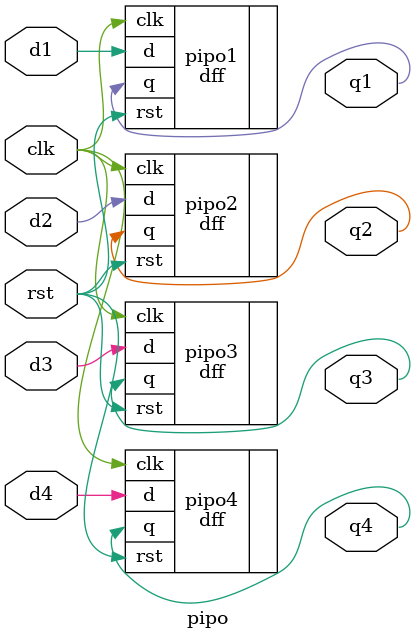
<source format=v>
module pipo(clk,rst,d1,d2,d3,d4,q1,q2,q3,q4);
input clk,d1,d2,d3,d4,rst;
output  q1,q2,q3,q4;

//wire w1, w2,w3;

 dff pipo1(.clk(clk),
           .rst(rst),
           .d(d1),
           .q(q1));

 dff pipo2(.clk(clk),
           .rst(rst),
           .d(d2),
           .q(q2));

 dff pipo3(.clk(clk),
           .rst(rst),
           .d(d3),
           .q(q3));

 dff pipo4(.clk(clk),
           .rst(rst),
           .d(d4),
           .q(q4));

endmodule

</source>
